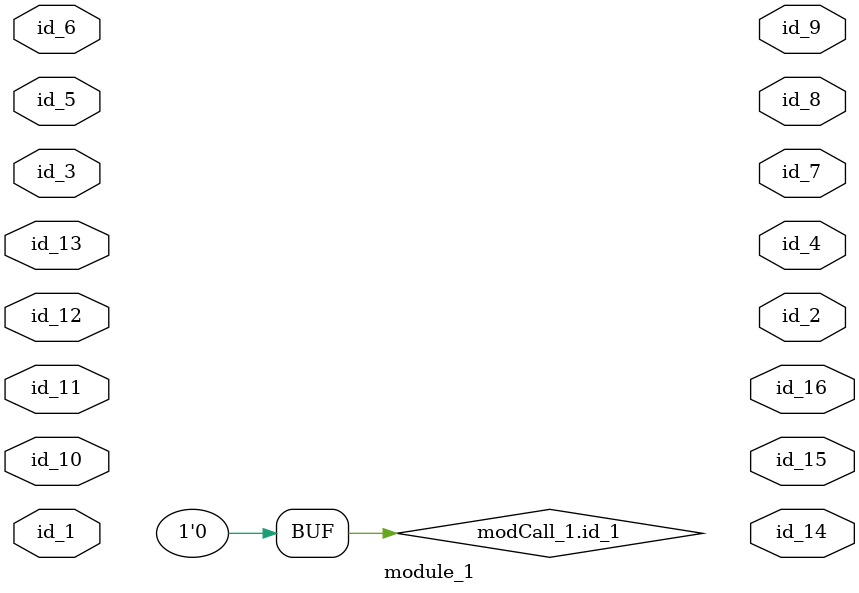
<source format=v>
module module_0;
  always begin : LABEL_0
    id_1 <= id_1 !== id_1;
  end
endmodule
module module_1 (
    id_1,
    id_2,
    id_3,
    id_4,
    id_5,
    id_6,
    id_7,
    id_8,
    id_9,
    id_10,
    id_11,
    id_12,
    id_13,
    id_14,
    id_15,
    id_16
);
  output wire id_16;
  output wire id_15;
  output wire id_14;
  input wire id_13;
  inout wire id_12;
  inout wire id_11;
  inout wire id_10;
  output wire id_9;
  output wire id_8;
  output wire id_7;
  input wire id_6;
  inout wire id_5;
  output wire id_4;
  inout wire id_3;
  output wire id_2;
  inout wire id_1;
  module_0 modCall_1 ();
  assign modCall_1.id_1 = 0;
endmodule

</source>
